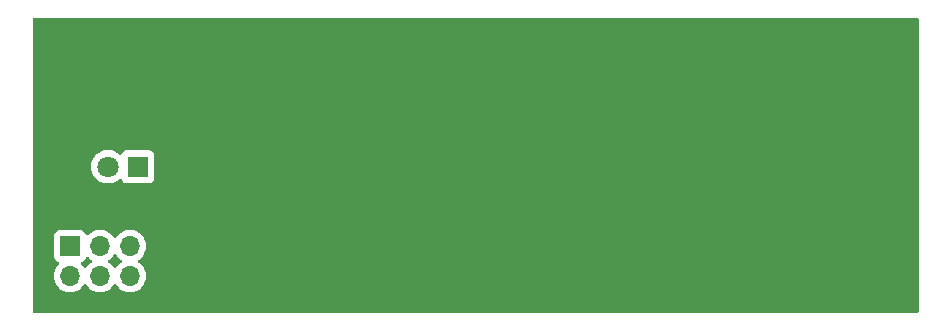
<source format=gbr>
G04 #@! TF.GenerationSoftware,KiCad,Pcbnew,(6.99.0-2452-gdb4f2d9dd8)*
G04 #@! TF.CreationDate,2022-08-01T23:27:33-05:00*
G04 #@! TF.ProjectId,AWS,4157532e-6b69-4636-9164-5f7063625858,rev?*
G04 #@! TF.SameCoordinates,Original*
G04 #@! TF.FileFunction,Copper,L1,Top*
G04 #@! TF.FilePolarity,Positive*
%FSLAX46Y46*%
G04 Gerber Fmt 4.6, Leading zero omitted, Abs format (unit mm)*
G04 Created by KiCad (PCBNEW (6.99.0-2452-gdb4f2d9dd8)) date 2022-08-01 23:27:33*
%MOMM*%
%LPD*%
G01*
G04 APERTURE LIST*
G04 #@! TA.AperFunction,ComponentPad*
%ADD10R,1.800000X1.800000*%
G04 #@! TD*
G04 #@! TA.AperFunction,ComponentPad*
%ADD11C,1.800000*%
G04 #@! TD*
G04 #@! TA.AperFunction,ComponentPad*
%ADD12R,1.700000X1.700000*%
G04 #@! TD*
G04 #@! TA.AperFunction,ComponentPad*
%ADD13O,1.700000X1.700000*%
G04 #@! TD*
G04 APERTURE END LIST*
D10*
X108899999Y-62599999D03*
D11*
X106360000Y-62600000D03*
D12*
X103159999Y-69329999D03*
D13*
X103159999Y-71869999D03*
X105699999Y-69329999D03*
X105699999Y-71869999D03*
X108239999Y-69329999D03*
X108239999Y-71869999D03*
G04 #@! TA.AperFunction,NonConductor*
G36*
X104683439Y-70241388D02*
G01*
X104715755Y-70266638D01*
X104736526Y-70289201D01*
X104776760Y-70332906D01*
X104954424Y-70471189D01*
X104959005Y-70473668D01*
X104987680Y-70489186D01*
X105038071Y-70539199D01*
X105053423Y-70608516D01*
X105028863Y-70675129D01*
X104987681Y-70710813D01*
X104954424Y-70728811D01*
X104950313Y-70732010D01*
X104950311Y-70732012D01*
X104795861Y-70852227D01*
X104776760Y-70867094D01*
X104773228Y-70870931D01*
X104627806Y-71028899D01*
X104627803Y-71028903D01*
X104624278Y-71032732D01*
X104621427Y-71037096D01*
X104535483Y-71168643D01*
X104481479Y-71214732D01*
X104411132Y-71224307D01*
X104346774Y-71194330D01*
X104324517Y-71168643D01*
X104238573Y-71037096D01*
X104235722Y-71032732D01*
X104232197Y-71028903D01*
X104232194Y-71028899D01*
X104092525Y-70877180D01*
X104061104Y-70813515D01*
X104069091Y-70742969D01*
X104113949Y-70687940D01*
X104141191Y-70673787D01*
X104256204Y-70630889D01*
X104268536Y-70621658D01*
X104366050Y-70548659D01*
X104373261Y-70543261D01*
X104460889Y-70426204D01*
X104504998Y-70307944D01*
X104547545Y-70251108D01*
X104614065Y-70226297D01*
X104683439Y-70241388D01*
G37*
G04 #@! TD.AperFunction*
G04 #@! TA.AperFunction,NonConductor*
G36*
X107053226Y-70005670D02*
G01*
X107075483Y-70031357D01*
X107164278Y-70167268D01*
X107167803Y-70171097D01*
X107167806Y-70171101D01*
X107232511Y-70241388D01*
X107316760Y-70332906D01*
X107494424Y-70471189D01*
X107499005Y-70473668D01*
X107527680Y-70489186D01*
X107578071Y-70539199D01*
X107593423Y-70608516D01*
X107568863Y-70675129D01*
X107527681Y-70710813D01*
X107494424Y-70728811D01*
X107490313Y-70732010D01*
X107490311Y-70732012D01*
X107335861Y-70852227D01*
X107316760Y-70867094D01*
X107313228Y-70870931D01*
X107167806Y-71028899D01*
X107167803Y-71028903D01*
X107164278Y-71032732D01*
X107161427Y-71037096D01*
X107075483Y-71168643D01*
X107021479Y-71214732D01*
X106951132Y-71224307D01*
X106886774Y-71194330D01*
X106864517Y-71168643D01*
X106778573Y-71037096D01*
X106775722Y-71032732D01*
X106772197Y-71028903D01*
X106772194Y-71028899D01*
X106626772Y-70870931D01*
X106623240Y-70867094D01*
X106604139Y-70852227D01*
X106449689Y-70732012D01*
X106449687Y-70732010D01*
X106445576Y-70728811D01*
X106412320Y-70710814D01*
X106361929Y-70660801D01*
X106346577Y-70591484D01*
X106371137Y-70524871D01*
X106412320Y-70489186D01*
X106440995Y-70473668D01*
X106445576Y-70471189D01*
X106623240Y-70332906D01*
X106707489Y-70241388D01*
X106772194Y-70171101D01*
X106772197Y-70171097D01*
X106775722Y-70167268D01*
X106864517Y-70031357D01*
X106918521Y-69985268D01*
X106988868Y-69975693D01*
X107053226Y-70005670D01*
G37*
G04 #@! TD.AperFunction*
G04 #@! TA.AperFunction,NonConductor*
G36*
X174941621Y-50020502D02*
G01*
X174988114Y-50074158D01*
X174999500Y-50126500D01*
X174999500Y-74873500D01*
X174979498Y-74941621D01*
X174925842Y-74988114D01*
X174873500Y-74999500D01*
X100126500Y-74999500D01*
X100058379Y-74979498D01*
X100011886Y-74925842D01*
X100000500Y-74873500D01*
X100000500Y-71870000D01*
X101796844Y-71870000D01*
X101815436Y-72094368D01*
X101870704Y-72312616D01*
X101961140Y-72518791D01*
X101963990Y-72523153D01*
X101963992Y-72523157D01*
X101978701Y-72545670D01*
X102084278Y-72707268D01*
X102087803Y-72711097D01*
X102087806Y-72711101D01*
X102189360Y-72821417D01*
X102236760Y-72872906D01*
X102414424Y-73011189D01*
X102612426Y-73118342D01*
X102825365Y-73191444D01*
X102830499Y-73192301D01*
X102830504Y-73192302D01*
X103042294Y-73227643D01*
X103042296Y-73227643D01*
X103047431Y-73228500D01*
X103272569Y-73228500D01*
X103277704Y-73227643D01*
X103277706Y-73227643D01*
X103489496Y-73192302D01*
X103489501Y-73192301D01*
X103494635Y-73191444D01*
X103707574Y-73118342D01*
X103905576Y-73011189D01*
X104083240Y-72872906D01*
X104130640Y-72821417D01*
X104232194Y-72711101D01*
X104232197Y-72711097D01*
X104235722Y-72707268D01*
X104324517Y-72571357D01*
X104378521Y-72525268D01*
X104448868Y-72515693D01*
X104513226Y-72545670D01*
X104535483Y-72571357D01*
X104624278Y-72707268D01*
X104627803Y-72711097D01*
X104627806Y-72711101D01*
X104729360Y-72821417D01*
X104776760Y-72872906D01*
X104954424Y-73011189D01*
X105152426Y-73118342D01*
X105365365Y-73191444D01*
X105370499Y-73192301D01*
X105370504Y-73192302D01*
X105582294Y-73227643D01*
X105582296Y-73227643D01*
X105587431Y-73228500D01*
X105812569Y-73228500D01*
X105817704Y-73227643D01*
X105817706Y-73227643D01*
X106029496Y-73192302D01*
X106029501Y-73192301D01*
X106034635Y-73191444D01*
X106247574Y-73118342D01*
X106445576Y-73011189D01*
X106623240Y-72872906D01*
X106670640Y-72821417D01*
X106772194Y-72711101D01*
X106772197Y-72711097D01*
X106775722Y-72707268D01*
X106864517Y-72571357D01*
X106918521Y-72525268D01*
X106988868Y-72515693D01*
X107053226Y-72545670D01*
X107075483Y-72571357D01*
X107164278Y-72707268D01*
X107167803Y-72711097D01*
X107167806Y-72711101D01*
X107269360Y-72821417D01*
X107316760Y-72872906D01*
X107494424Y-73011189D01*
X107692426Y-73118342D01*
X107905365Y-73191444D01*
X107910499Y-73192301D01*
X107910504Y-73192302D01*
X108122294Y-73227643D01*
X108122296Y-73227643D01*
X108127431Y-73228500D01*
X108352569Y-73228500D01*
X108357704Y-73227643D01*
X108357706Y-73227643D01*
X108569496Y-73192302D01*
X108569501Y-73192301D01*
X108574635Y-73191444D01*
X108787574Y-73118342D01*
X108985576Y-73011189D01*
X109163240Y-72872906D01*
X109210640Y-72821417D01*
X109312194Y-72711101D01*
X109312197Y-72711097D01*
X109315722Y-72707268D01*
X109421299Y-72545670D01*
X109436008Y-72523157D01*
X109436010Y-72523153D01*
X109438860Y-72518791D01*
X109529296Y-72312616D01*
X109584564Y-72094368D01*
X109603156Y-71870000D01*
X109584564Y-71645632D01*
X109529296Y-71427384D01*
X109438860Y-71221209D01*
X109434629Y-71214732D01*
X109318573Y-71037096D01*
X109315722Y-71032732D01*
X109312197Y-71028903D01*
X109312194Y-71028899D01*
X109166772Y-70870931D01*
X109163240Y-70867094D01*
X109144139Y-70852227D01*
X108989689Y-70732012D01*
X108989687Y-70732010D01*
X108985576Y-70728811D01*
X108952320Y-70710814D01*
X108901929Y-70660801D01*
X108886577Y-70591484D01*
X108911137Y-70524871D01*
X108952320Y-70489186D01*
X108980995Y-70473668D01*
X108985576Y-70471189D01*
X109163240Y-70332906D01*
X109247489Y-70241388D01*
X109312194Y-70171101D01*
X109312197Y-70171097D01*
X109315722Y-70167268D01*
X109421299Y-70005670D01*
X109436008Y-69983157D01*
X109436010Y-69983153D01*
X109438860Y-69978791D01*
X109529296Y-69772616D01*
X109584564Y-69554368D01*
X109603156Y-69330000D01*
X109584564Y-69105632D01*
X109529296Y-68887384D01*
X109438860Y-68681209D01*
X109434629Y-68674732D01*
X109318573Y-68497096D01*
X109315722Y-68492732D01*
X109312197Y-68488903D01*
X109312194Y-68488899D01*
X109166772Y-68330931D01*
X109163240Y-68327094D01*
X108985576Y-68188811D01*
X108787574Y-68081658D01*
X108574635Y-68008556D01*
X108569501Y-68007699D01*
X108569496Y-68007698D01*
X108357706Y-67972357D01*
X108357704Y-67972357D01*
X108352569Y-67971500D01*
X108127431Y-67971500D01*
X108122296Y-67972357D01*
X108122294Y-67972357D01*
X107910504Y-68007698D01*
X107910499Y-68007699D01*
X107905365Y-68008556D01*
X107692426Y-68081658D01*
X107494424Y-68188811D01*
X107316760Y-68327094D01*
X107313228Y-68330931D01*
X107167806Y-68488899D01*
X107167803Y-68488903D01*
X107164278Y-68492732D01*
X107161427Y-68497096D01*
X107075483Y-68628643D01*
X107021479Y-68674732D01*
X106951132Y-68684307D01*
X106886774Y-68654330D01*
X106864517Y-68628643D01*
X106778573Y-68497096D01*
X106775722Y-68492732D01*
X106772197Y-68488903D01*
X106772194Y-68488899D01*
X106626772Y-68330931D01*
X106623240Y-68327094D01*
X106445576Y-68188811D01*
X106247574Y-68081658D01*
X106034635Y-68008556D01*
X106029501Y-68007699D01*
X106029496Y-68007698D01*
X105817706Y-67972357D01*
X105817704Y-67972357D01*
X105812569Y-67971500D01*
X105587431Y-67971500D01*
X105582296Y-67972357D01*
X105582294Y-67972357D01*
X105370504Y-68007698D01*
X105370499Y-68007699D01*
X105365365Y-68008556D01*
X105152426Y-68081658D01*
X104954424Y-68188811D01*
X104776760Y-68327094D01*
X104773228Y-68330931D01*
X104715755Y-68393362D01*
X104654901Y-68429933D01*
X104583937Y-68427798D01*
X104525392Y-68387636D01*
X104504998Y-68352056D01*
X104464038Y-68242239D01*
X104464037Y-68242237D01*
X104460889Y-68233796D01*
X104373261Y-68116739D01*
X104256204Y-68029111D01*
X104119201Y-67978011D01*
X104082295Y-67974043D01*
X104061988Y-67971860D01*
X104061985Y-67971860D01*
X104058638Y-67971500D01*
X102261362Y-67971500D01*
X102258015Y-67971860D01*
X102258012Y-67971860D01*
X102237705Y-67974043D01*
X102200799Y-67978011D01*
X102063796Y-68029111D01*
X101946739Y-68116739D01*
X101859111Y-68233796D01*
X101808011Y-68370799D01*
X101801500Y-68431362D01*
X101801500Y-70228638D01*
X101808011Y-70289201D01*
X101859111Y-70426204D01*
X101946739Y-70543261D01*
X101953950Y-70548659D01*
X102051465Y-70621658D01*
X102063796Y-70630889D01*
X102178808Y-70673787D01*
X102235642Y-70716333D01*
X102260453Y-70782853D01*
X102245361Y-70852227D01*
X102227475Y-70877180D01*
X102087806Y-71028899D01*
X102087803Y-71028903D01*
X102084278Y-71032732D01*
X102081427Y-71037096D01*
X101965372Y-71214732D01*
X101961140Y-71221209D01*
X101870704Y-71427384D01*
X101815436Y-71645632D01*
X101796844Y-71870000D01*
X100000500Y-71870000D01*
X100000500Y-62600000D01*
X104946673Y-62600000D01*
X104965949Y-62832626D01*
X105023251Y-63058907D01*
X105117016Y-63272669D01*
X105244686Y-63468083D01*
X105248211Y-63471912D01*
X105248214Y-63471916D01*
X105315741Y-63545269D01*
X105402780Y-63639818D01*
X105406891Y-63643018D01*
X105406898Y-63643024D01*
X105548732Y-63753418D01*
X105586983Y-63783190D01*
X105591564Y-63785669D01*
X105734942Y-63863261D01*
X105792273Y-63894287D01*
X106013049Y-63970080D01*
X106018183Y-63970937D01*
X106018188Y-63970938D01*
X106238151Y-64007643D01*
X106238154Y-64007643D01*
X106243288Y-64008500D01*
X106476712Y-64008500D01*
X106481846Y-64007643D01*
X106481849Y-64007643D01*
X106701812Y-63970938D01*
X106701817Y-63970937D01*
X106706951Y-63970080D01*
X106927727Y-63894287D01*
X106985059Y-63863261D01*
X107128436Y-63785669D01*
X107133017Y-63783190D01*
X107317220Y-63639818D01*
X107320747Y-63635986D01*
X107322248Y-63634605D01*
X107385914Y-63603185D01*
X107456459Y-63611174D01*
X107511487Y-63656034D01*
X107525638Y-63683274D01*
X107545961Y-63737759D01*
X107549111Y-63746204D01*
X107636739Y-63863261D01*
X107753796Y-63950889D01*
X107890799Y-64001989D01*
X107927705Y-64005957D01*
X107948012Y-64008140D01*
X107948015Y-64008140D01*
X107951362Y-64008500D01*
X109848638Y-64008500D01*
X109851985Y-64008140D01*
X109851988Y-64008140D01*
X109872295Y-64005957D01*
X109909201Y-64001989D01*
X110046204Y-63950889D01*
X110163261Y-63863261D01*
X110250889Y-63746204D01*
X110301989Y-63609201D01*
X110308500Y-63548638D01*
X110308500Y-61651362D01*
X110301989Y-61590799D01*
X110250889Y-61453796D01*
X110163261Y-61336739D01*
X110046204Y-61249111D01*
X109909201Y-61198011D01*
X109872295Y-61194043D01*
X109851988Y-61191860D01*
X109851985Y-61191860D01*
X109848638Y-61191500D01*
X107951362Y-61191500D01*
X107948015Y-61191860D01*
X107948012Y-61191860D01*
X107927705Y-61194043D01*
X107890799Y-61198011D01*
X107753796Y-61249111D01*
X107636739Y-61336739D01*
X107549111Y-61453796D01*
X107545963Y-61462237D01*
X107545961Y-61462241D01*
X107525638Y-61516726D01*
X107483091Y-61573561D01*
X107416571Y-61598371D01*
X107347197Y-61583279D01*
X107322248Y-61565395D01*
X107320747Y-61564014D01*
X107317220Y-61560182D01*
X107133017Y-61416810D01*
X106998383Y-61343950D01*
X106932312Y-61308194D01*
X106932309Y-61308193D01*
X106927727Y-61305713D01*
X106706951Y-61229920D01*
X106701817Y-61229063D01*
X106701812Y-61229062D01*
X106481849Y-61192357D01*
X106481846Y-61192357D01*
X106476712Y-61191500D01*
X106243288Y-61191500D01*
X106238154Y-61192357D01*
X106238151Y-61192357D01*
X106018188Y-61229062D01*
X106018183Y-61229063D01*
X106013049Y-61229920D01*
X105792273Y-61305713D01*
X105787691Y-61308193D01*
X105787688Y-61308194D01*
X105721617Y-61343950D01*
X105586983Y-61416810D01*
X105582872Y-61420009D01*
X105582870Y-61420011D01*
X105406898Y-61556976D01*
X105406892Y-61556981D01*
X105402780Y-61560182D01*
X105399248Y-61564019D01*
X105248214Y-61728084D01*
X105248211Y-61728088D01*
X105244686Y-61731917D01*
X105117016Y-61927331D01*
X105023251Y-62141093D01*
X104965949Y-62367374D01*
X104946673Y-62600000D01*
X100000500Y-62600000D01*
X100000500Y-50126500D01*
X100020502Y-50058379D01*
X100074158Y-50011886D01*
X100126500Y-50000500D01*
X174873500Y-50000500D01*
X174941621Y-50020502D01*
G37*
G04 #@! TD.AperFunction*
M02*

</source>
